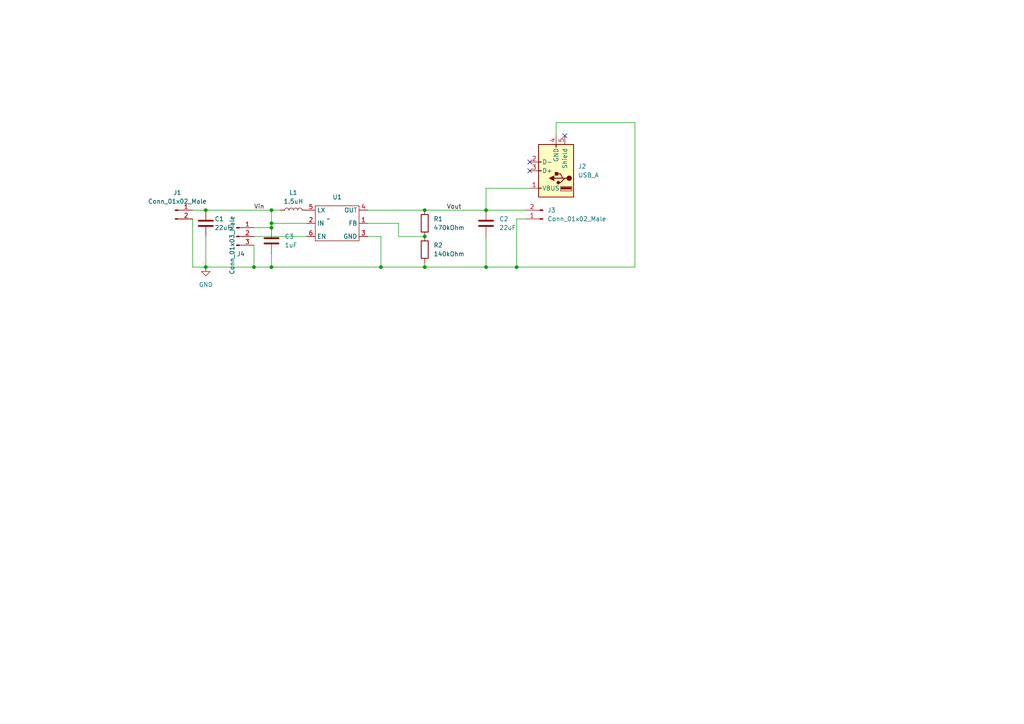
<source format=kicad_sch>
(kicad_sch (version 20230121) (generator eeschema)
  (paper "A4")
  (lib_symbols
    (symbol "Connector:Conn_01x02_Male" (pin_names (offset 1.016) hide)
      (property "Reference" "J" (at 0 2.54 0))
      (property "Value" "Conn_01x02_Male" (at 0 -5.08 0))
      (symbol "Conn_01x02_Male_1_1"
        (polyline (pts (xy 1.27 -2.54) (xy 0.8636 -2.54)) (stroke (width 0.1524)))
        (polyline (pts (xy 1.27 0) (xy 0.8636 0)) (stroke (width 0.1524)))
        (rectangle (start 0.8636 -2.413) (end 0 -2.667) (stroke (width 0.1524)) (fill (type outline)))
        (rectangle (start 0.8636 0.127) (end 0 -0.127) (stroke (width 0.1524)) (fill (type outline)))
        (pin passive line (at 5.08 0 180) (length 3.81) (name "Pin_1") (number "1"))
        (pin passive line (at 5.08 -2.54 180) (length 3.81) (name "Pin_2") (number "2"))
      )
    )
    (symbol "Connector:Conn_01x03_Male" (pin_names (offset 1.016) hide)
      (property "Reference" "J" (at 0 5.08 0))
      (property "Value" "Conn_01x03_Male" (at 0 -5.08 0))
      (symbol "Conn_01x03_Male_1_1"
        (polyline (pts (xy 1.27 -2.54) (xy 0.8636 -2.54)) (stroke (width 0.1524)))
        (polyline (pts (xy 1.27 0) (xy 0.8636 0)) (stroke (width 0.1524)))
        (polyline (pts (xy 1.27 2.54) (xy 0.8636 2.54)) (stroke (width 0.1524)))
        (rectangle (start 0.8636 -2.413) (end 0 -2.667) (stroke (width 0.1524)) (fill (type outline)))
        (rectangle (start 0.8636 0.127) (end 0 -0.127) (stroke (width 0.1524)) (fill (type outline)))
        (rectangle (start 0.8636 2.667) (end 0 2.413) (stroke (width 0.1524)) (fill (type outline)))
        (pin passive line (at 5.08 2.54 180) (length 3.81) (name "Pin_1") (number "1"))
        (pin passive line (at 5.08 0 180) (length 3.81) (name "Pin_2") (number "2"))
        (pin passive line (at 5.08 -2.54 180) (length 3.81) (name "Pin_3") (number "3"))
      )
    )
    (symbol "Connector:USB_A" (pin_names (offset 1.016))
      (property "Reference" "J" (at -5.08 11.43 0))
      (property "Value" "USB_A" (at -5.08 8.89 0))
      (symbol "USB_A_0_1"
        (rectangle (start -5.08 -7.62) (end 5.08 7.62) (stroke (width 0.254)) (fill (type background)))
        (circle (center -3.81 2.159) (radius 0.635) (stroke (width 0.254)) (fill (type outline)))
        (rectangle (start -1.524 4.826) (end -4.318 5.334) (fill (type outline)))
        (rectangle (start -1.27 4.572) (end -4.572 5.842))
        (circle (center -0.635 3.429) (radius 0.381) (stroke (width 0.254)) (fill (type outline)))
        (rectangle (start -0.127 -7.62) (end 0.127 -6.858))
        (polyline (pts (xy -3.175 2.159) (xy -2.54 2.159) (xy -1.27 3.429) (xy -0.635 3.429)) (stroke (width 0.254)))
        (polyline (pts (xy -2.54 2.159) (xy -1.905 2.159) (xy -1.27 0.889) (xy 0 0.889)) (stroke (width 0.254)))
        (polyline (pts (xy 0.635 2.794) (xy 0.635 1.524) (xy 1.905 2.159) (xy 0.635 2.794)) (stroke (width 0.254)) (fill (type outline)))
        (rectangle (start 0.254 1.27) (end -0.508 0.508) (stroke (width 0.254)) (fill (type outline)))
        (rectangle (start 5.08 -2.667) (end 4.318 -2.413))
        (rectangle (start 5.08 -0.127) (end 4.318 0.127))
        (rectangle (start 5.08 4.953) (end 4.318 5.207))
      )
      (symbol "USB_A_1_1"
        (polyline (pts (xy -1.905 2.159) (xy 0.635 2.159)) (stroke (width 0.254)))
        (pin power_in line (at 7.62 5.08 180) (length 2.54) (name "VBUS") (number "1"))
        (pin bidirectional line (at 7.62 -2.54 180) (length 2.54) (name "D-") (number "2"))
        (pin bidirectional line (at 7.62 0 180) (length 2.54) (name "D+") (number "3"))
        (pin power_in line (at 0 -10.16 90) (length 2.54) (name "GND") (number "4"))
        (pin passive line (at -2.54 -10.16 90) (length 2.54) (name "Shield") (number "5"))
      )
    )
    (symbol "Device:C" (pin_numbers hide) (pin_names (offset 0.254))
      (property "Reference" "C" (at 0.635 2.54 0))
      (property "Value" "C" (at 0.635 -2.54 0))
      (symbol "C_0_1"
        (polyline (pts (xy -2.032 -0.762) (xy 2.032 -0.762)) (stroke (width 0.508)))
        (polyline (pts (xy -2.032 0.762) (xy 2.032 0.762)) (stroke (width 0.508)))
      )
      (symbol "C_1_1"
        (pin passive line (at 0 3.81 270) (length 2.794) (name "~") (number "1"))
        (pin passive line (at 0 -3.81 90) (length 2.794) (name "~") (number "2"))
      )
    )
    (symbol "Device:L" (pin_numbers hide) (pin_names (offset 1.016) hide)
      (property "Reference" "L" (at -1.27 0 90))
      (property "Value" "L" (at 1.905 0 90))
      (symbol "L_0_1"
        (arc (start 0 -2.54) (mid 0.6323 -1.905) (end 0 -1.27))
        (arc (start 0 -1.27) (mid 0.6323 -0.635) (end 0 0))
        (arc (start 0 0) (mid 0.6323 0.635) (end 0 1.27))
        (arc (start 0 1.27) (mid 0.6323 1.905) (end 0 2.54))
      )
      (symbol "L_1_1"
        (pin passive line (at 0 3.81 270) (length 1.27) (name "1") (number "1"))
        (pin passive line (at 0 -3.81 90) (length 1.27) (name "2") (number "2"))
      )
    )
    (symbol "Device:R" (pin_numbers hide) (pin_names (offset 0))
      (property "Reference" "R" (at 2.032 0 90))
      (property "Value" "R" (at 0 0 90))
      (symbol "R_0_1"
        (rectangle (start -1.016 -2.54) (end 1.016 2.54) (stroke (width 0.254)))
      )
      (symbol "R_1_1"
        (pin passive line (at 0 3.81 270) (length 1.27) (name "~") (number "1"))
        (pin passive line (at 0 -3.81 90) (length 1.27) (name "~") (number "2"))
      )
    )
    (symbol "WiRoc:SY7069"
      (property "Reference" "U" (at 3.81 -6.35 0))
      (symbol "SY7069_0_1"
        (rectangle (start -6.35 5.08) (end 6.35 -5.08))
      )
      (symbol "SY7069_1_1"
        (pin input line (at 8.89 0 180) (length 2.54) (name "FB") (number "1"))
        (pin input line (at -8.89 0 0) (length 2.54) (name "IN") (number "2"))
        (pin input line (at 8.89 -3.81 180) (length 2.54) (name "GND") (number "3"))
        (pin output line (at 8.89 3.81 180) (length 2.54) (name "OUT") (number "4"))
        (pin input line (at -8.89 3.81 0) (length 2.54) (name "LX") (number "5"))
        (pin input line (at -8.89 -3.81 0) (length 2.54) (name "EN") (number "6"))
      )
    )
    (symbol "power:GND" (power) (pin_names (offset 0))
      (property "Value" "GND" (at 0 -3.81 0))
      (symbol "GND_0_1"
        (polyline (pts (xy 0 0) (xy 0 -1.27) (xy 1.27 -1.27) (xy 0 -2.54) (xy -1.27 -1.27) (xy 0 -1.27)))
      )
      (symbol "GND_1_1"
        (pin power_in line (at 0 0 270) (length 0) hide (name "GND") (number "1"))
      )
    )
  )
  (junction (at 78.74 64.77))
  (junction (at 78.74 66.04))
  (junction (at 123.19 77.47))
  (junction (at 59.69 77.47))
  (junction (at 78.74 60.96))
  (junction (at 123.19 60.96))
  (junction (at 73.66 77.47))
  (junction (at 59.69 60.96))
  (junction (at 110.49 77.47))
  (junction (at 140.97 60.96))
  (junction (at 123.19 68.58))
  (junction (at 78.74 77.47))
  (junction (at 140.97 77.47))
  (junction (at 149.86 77.47))
  (no_connect (at 163.83 39.37))
  (no_connect (at 153.67 49.53))
  (no_connect (at 153.67 46.99))
  (wire (pts (xy 123.19 77.47) (xy 140.97 77.47)))
  (wire (pts (xy 59.69 77.47) (xy 73.66 77.47)))
  (wire (pts (xy 88.9 64.77) (xy 78.74 64.77)))
  (wire (pts (xy 123.19 77.47) (xy 110.49 77.47)))
  (wire (pts (xy 78.74 60.96) (xy 81.28 60.96)))
  (wire (pts (xy 59.69 60.96) (xy 78.74 60.96)))
  (wire (pts (xy 149.86 63.5) (xy 149.86 77.47)))
  (wire (pts (xy 78.74 66.04) (xy 78.74 64.77)))
  (wire (pts (xy 140.97 68.58) (xy 140.97 77.47)))
  (wire (pts (xy 55.88 63.5) (xy 55.88 77.47)))
  (wire (pts (xy 184.15 77.47) (xy 149.86 77.47)))
  (wire (pts (xy 115.57 64.77) (xy 115.57 68.58)))
  (wire (pts (xy 153.67 54.61) (xy 140.97 54.61)))
  (wire (pts (xy 73.66 77.47) (xy 78.74 77.47)))
  (wire (pts (xy 140.97 60.96) (xy 152.4 60.96)))
  (wire (pts (xy 161.29 39.37) (xy 161.29 35.56)))
  (wire (pts (xy 110.49 68.58) (xy 106.68 68.58)))
  (wire (pts (xy 106.68 60.96) (xy 123.19 60.96)))
  (wire (pts (xy 123.19 60.96) (xy 140.97 60.96)))
  (wire (pts (xy 73.66 71.12) (xy 73.66 77.47)))
  (wire (pts (xy 78.74 77.47) (xy 110.49 77.47)))
  (wire (pts (xy 106.68 64.77) (xy 115.57 64.77)))
  (wire (pts (xy 78.74 73.66) (xy 78.74 77.47)))
  (wire (pts (xy 140.97 54.61) (xy 140.97 60.96)))
  (wire (pts (xy 149.86 77.47) (xy 140.97 77.47)))
  (wire (pts (xy 123.19 76.2) (xy 123.19 77.47)))
  (wire (pts (xy 161.29 35.56) (xy 184.15 35.56)))
  (wire (pts (xy 73.66 68.58) (xy 88.9 68.58)))
  (wire (pts (xy 152.4 63.5) (xy 149.86 63.5)))
  (wire (pts (xy 78.74 64.77) (xy 78.74 60.96)))
  (wire (pts (xy 55.88 77.47) (xy 59.69 77.47)))
  (wire (pts (xy 55.88 60.96) (xy 59.69 60.96)))
  (wire (pts (xy 115.57 68.58) (xy 123.19 68.58)))
  (wire (pts (xy 110.49 77.47) (xy 110.49 68.58)))
  (wire (pts (xy 73.66 66.04) (xy 78.74 66.04)))
  (wire (pts (xy 184.15 35.56) (xy 184.15 77.47)))
  (wire (pts (xy 59.69 68.58) (xy 59.69 77.47)))
  (label "Vin" (at 73.66 60.96 0))
  (label "Vout" (at 129.54 60.96 0))
  (symbol (lib_id "Connector:Conn_01x03_Male") (at 68.58 68.58 0) (unit 1)
    (property "Reference" "J4" (at 69.85 73.66 0))
    (property "Value" "Conn_01x03_Male" (at 67.31 71.12 90))
    (property "Footprint" "Connector_PinHeader_2.54mm:PinHeader_1x03_P2.54mm_Vertical" (effects hide))
  )
  (symbol (lib_id "Device:L") (at 85.09 60.96 90) (unit 1)
    (property "Reference" "L1" (at 85.09 55.88 90))
    (property "Value" "1.5uH" (at 85.09 58.42 90))
    (property "Footprint" "WiRoc:Inductor_SLW4018" (effects hide))
    (property "LCSC Part #" "C206395" (effects hide))
    (property "PartNo" "SLW4020S1R5MST" (effects hide))
  )
  (symbol (lib_id "Connector:USB_A") (at 161.29 49.53 180) (unit 1)
    (property "Reference" "J2" (at 167.64 48.26 0) (effects (justify right)))
    (property "Value" "USB_A" (at 167.64 50.8 0) (effects (justify right)))
    (property "Footprint" "Connector_USB:USB_A_CONNFLY_DS1095-WNR0" (effects hide))
    (property "Datasheet" " ~" (effects hide))
  )
  (symbol (lib_id "Device:R") (at 123.19 72.39 0) (unit 1)
    (property "Reference" "R2" (at 125.73 71.12 0) (effects (justify left)))
    (property "Value" "140kOhm" (at 125.73 73.66 0) (effects (justify left)))
    (property "Footprint" "Resistor_SMD:R_0603_1608Metric" (effects hide))
    (property "Datasheet" "https://www.lcsc.com/product-detail/Chip-Resistor-Surface-Mount_UNI-ROYAL-Uniroyal-Elec-0603WAF140KT5E_C270943.html" (effects hide))
    (property "LCSC Part #" "C270943" (effects hide))
    (property "PartNo" "0603WAF140KT5E" (effects hide))
  )
  (symbol (lib_id "Device:C") (at 78.74 69.85 0) (unit 1)
    (property "Reference" "C3" (at 82.55 68.58 0) (effects (justify left)))
    (property "Value" "1uF" (at 82.55 71.12 0) (effects (justify left)))
    (property "Footprint" "Capacitor_SMD:C_0603_1608Metric" (effects hide))
    (property "Datasheet" "https://jlcpcb.com/partdetail/16531-CL10A105KB8NNNC/C15849" (effects hide))
    (property "LCSC Part #" "C15849" (effects hide))
    (property "PartNo" "CL10A105KB8NNNC" (effects hide))
  )
  (symbol (lib_id "Device:R") (at 123.19 64.77 0) (unit 1)
    (property "Reference" "R1" (at 125.73 63.5 0) (effects (justify left)))
    (property "Value" "470kOhm" (at 125.73 66.04 0) (effects (justify left)))
    (property "Footprint" "Resistor_SMD:R_0603_1608Metric" (effects hide))
    (property "Datasheet" "https://jlcpcb.com/partdetail/resistortoday-HPCR0603F470KK9/C365173" (effects hide))
    (property "LCSC Part #" "C365173" (effects hide))
    (property "PartNo" "HPCR0603F470KK9" (effects hide))
  )
  (symbol (lib_id "Connector:Conn_01x02_Male") (at 50.8 60.96 0) (unit 1)
    (property "Reference" "J1" (at 51.435 55.88 0))
    (property "Value" "Conn_01x02_Male" (at 51.435 58.42 0))
    (property "Footprint" "Connector_PinHeader_2.54mm:PinHeader_1x02_P2.54mm_Vertical" (effects hide))
  )
  (symbol (lib_id "Device:C") (at 140.97 64.77 0) (unit 1)
    (property "Reference" "C2" (at 144.78 63.5 0) (effects (justify left)))
    (property "Value" "22uF" (at 144.78 66.04 0) (effects (justify left)))
    (property "Footprint" "Capacitor_SMD:C_0603_1608Metric" (effects hide))
    (property "Datasheet" "https://jlcpcb.com/partdetail/MurataElectronics-GRM188R61A226ME15D/C84419" (effects hide))
    (property "LCSC Part #" "C84419" (effects hide))
    (property "PartNo" "GRM188R61A226ME15D" (effects hide))
  )
  (symbol (lib_id "Connector:Conn_01x02_Male") (at 157.48 63.5 180) (unit 1)
    (property "Reference" "J3" (at 158.75 60.96 0) (effects (justify right)))
    (property "Value" "Conn_01x02_Male" (at 158.75 63.5 0) (effects (justify right)))
    (property "Footprint" "Connector_PinHeader_2.54mm:PinHeader_1x02_P2.54mm_Vertical" (effects hide))
  )
  (symbol (lib_id "Device:C") (at 59.69 64.77 0) (unit 1)
    (property "Reference" "C1" (at 62.23 63.5 0) (effects (justify left)))
    (property "Value" "22uF" (at 62.23 66.04 0) (effects (justify left)))
    (property "Footprint" "Capacitor_SMD:C_0603_1608Metric" (effects hide))
    (property "Datasheet" "https://jlcpcb.com/partdetail/MurataElectronics-GRM188R61A226ME15D/C84419" (effects hide))
    (property "LCSC Part #" "C84419" (effects hide))
    (property "PartNo" "GRM188R61A226ME15D" (effects hide))
  )
  (symbol (lib_id "WiRoc:SY7069") (at 97.79 64.77 0) (unit 1)
    (property "Reference" "U1" (at 97.79 57.15 0))
    (property "Value" "~" (at 95.25 63.5 0))
    (property "Footprint" "Package_TO_SOT_SMD:TSOT-23-6" (effects hide))
    (property "Datasheet" "https://jlcpcb.com/partdetail/SilergyCorp-SY7069ADC/C207630" (effects hide))
    (property "LCSC Part #" "C207630" (effects hide))
    (property "PartNo" "SY7069ADC" (effects hide))
  )
  (symbol (lib_id "power:GND") (at 59.69 77.47 0) (unit 1)
    (property "Reference" "#PWR01" (effects hide))
    (property "Value" "GND" (at 59.69 82.55 0))
  )
)
</source>
